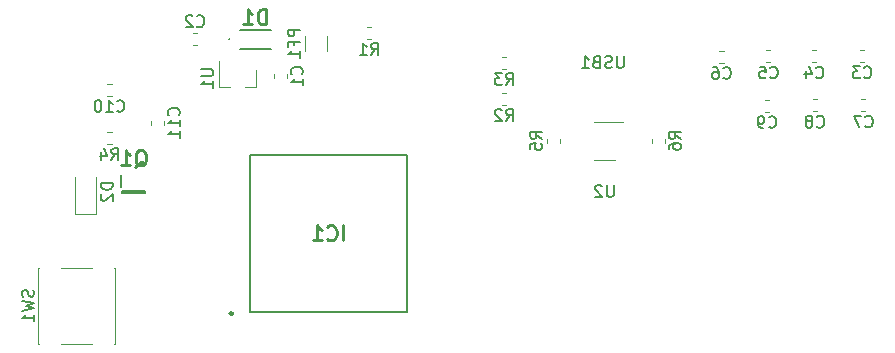
<source format=gbr>
G04 #@! TF.GenerationSoftware,KiCad,Pcbnew,(5.1.2-1)-1*
G04 #@! TF.CreationDate,2020-07-23T10:17:53-07:00*
G04 #@! TF.ProjectId,tiny-touch,74696e79-2d74-46f7-9563-682e6b696361,rev?*
G04 #@! TF.SameCoordinates,Original*
G04 #@! TF.FileFunction,Legend,Bot*
G04 #@! TF.FilePolarity,Positive*
%FSLAX46Y46*%
G04 Gerber Fmt 4.6, Leading zero omitted, Abs format (unit mm)*
G04 Created by KiCad (PCBNEW (5.1.2-1)-1) date 2020-07-23 10:17:53*
%MOMM*%
%LPD*%
G04 APERTURE LIST*
%ADD10C,0.120000*%
%ADD11C,0.200000*%
%ADD12C,0.250000*%
%ADD13C,0.150000*%
%ADD14C,0.254000*%
G04 APERTURE END LIST*
D10*
X120324000Y-64080000D02*
X120324000Y-70540000D01*
X115794000Y-64080000D02*
X118394000Y-64080000D01*
X113864000Y-64080000D02*
X113864000Y-70540000D01*
X115794000Y-70540000D02*
X118394000Y-70540000D01*
X113894000Y-64080000D02*
X113864000Y-64080000D01*
X120324000Y-64080000D02*
X120294000Y-64080000D01*
X120324000Y-70540000D02*
X120294000Y-70540000D01*
X113864000Y-70540000D02*
X113894000Y-70540000D01*
X118706000Y-59558000D02*
X118706000Y-56408000D01*
X117006000Y-59558000D02*
X117006000Y-56408000D01*
X118706000Y-59558000D02*
X117006000Y-59558000D01*
X160898000Y-51730000D02*
X163348000Y-51730000D01*
X162698000Y-54950000D02*
X160898000Y-54950000D01*
X132290000Y-48790000D02*
X132290000Y-47330000D01*
X129130000Y-48790000D02*
X129130000Y-46630000D01*
X129130000Y-48790000D02*
X130060000Y-48790000D01*
X132290000Y-48790000D02*
X131360000Y-48790000D01*
X165860000Y-53511267D02*
X165860000Y-53168733D01*
X166880000Y-53511267D02*
X166880000Y-53168733D01*
X157990000Y-53168733D02*
X157990000Y-53511267D01*
X156970000Y-53168733D02*
X156970000Y-53511267D01*
X119716733Y-52576000D02*
X120059267Y-52576000D01*
X119716733Y-53596000D02*
X120059267Y-53596000D01*
X153131733Y-46226000D02*
X153474267Y-46226000D01*
X153131733Y-47246000D02*
X153474267Y-47246000D01*
X153131733Y-49274000D02*
X153474267Y-49274000D01*
X153131733Y-50294000D02*
X153474267Y-50294000D01*
X141701733Y-43686000D02*
X142044267Y-43686000D01*
X141701733Y-44706000D02*
X142044267Y-44706000D01*
D11*
X120820000Y-56235000D02*
X120820000Y-57285000D01*
X122920000Y-57635000D02*
X120920000Y-57635000D01*
X122920000Y-57785000D02*
X122920000Y-57635000D01*
X120920000Y-57785000D02*
X122920000Y-57785000D01*
X120920000Y-57635000D02*
X120920000Y-57785000D01*
D10*
X138290000Y-44507936D02*
X138290000Y-45712064D01*
X136470000Y-44507936D02*
X136470000Y-45712064D01*
D12*
X130330000Y-67964000D02*
G75*
G03X130330000Y-67964000I-125000J0D01*
G01*
D11*
X131780000Y-54564000D02*
X131780000Y-67864000D01*
X145080000Y-54564000D02*
X131780000Y-54564000D01*
X145080000Y-67864000D02*
X145080000Y-54564000D01*
X131780000Y-67864000D02*
X145080000Y-67864000D01*
X130020890Y-44725000D02*
G75*
G03X130020890Y-44725000I-17890J0D01*
G01*
X130930000Y-45570000D02*
X133530000Y-45570000D01*
X133530000Y-43970000D02*
X130930000Y-43970000D01*
D10*
X123442000Y-51987267D02*
X123442000Y-51644733D01*
X124462000Y-51987267D02*
X124462000Y-51644733D01*
X119716733Y-48512000D02*
X120059267Y-48512000D01*
X119716733Y-49532000D02*
X120059267Y-49532000D01*
X175384733Y-49872000D02*
X175727267Y-49872000D01*
X175384733Y-50892000D02*
X175727267Y-50892000D01*
X179434733Y-49832000D02*
X179777267Y-49832000D01*
X179434733Y-50852000D02*
X179777267Y-50852000D01*
X183544733Y-49822000D02*
X183887267Y-49822000D01*
X183544733Y-50842000D02*
X183887267Y-50842000D01*
X171532733Y-45718000D02*
X171875267Y-45718000D01*
X171532733Y-46738000D02*
X171875267Y-46738000D01*
X175498733Y-45672000D02*
X175841267Y-45672000D01*
X175498733Y-46692000D02*
X175841267Y-46692000D01*
X179378733Y-45672000D02*
X179721267Y-45672000D01*
X179378733Y-46692000D02*
X179721267Y-46692000D01*
X183433733Y-45662000D02*
X183776267Y-45662000D01*
X183433733Y-46682000D02*
X183776267Y-46682000D01*
X127284267Y-45214000D02*
X126941733Y-45214000D01*
X127284267Y-44194000D02*
X126941733Y-44194000D01*
X133856000Y-48036267D02*
X133856000Y-47693733D01*
X134876000Y-48036267D02*
X134876000Y-47693733D01*
D13*
X113448761Y-65976666D02*
X113496380Y-66119523D01*
X113496380Y-66357619D01*
X113448761Y-66452857D01*
X113401142Y-66500476D01*
X113305904Y-66548095D01*
X113210666Y-66548095D01*
X113115428Y-66500476D01*
X113067809Y-66452857D01*
X113020190Y-66357619D01*
X112972571Y-66167142D01*
X112924952Y-66071904D01*
X112877333Y-66024285D01*
X112782095Y-65976666D01*
X112686857Y-65976666D01*
X112591619Y-66024285D01*
X112544000Y-66071904D01*
X112496380Y-66167142D01*
X112496380Y-66405238D01*
X112544000Y-66548095D01*
X112496380Y-66881428D02*
X113496380Y-67119523D01*
X112782095Y-67310000D01*
X113496380Y-67500476D01*
X112496380Y-67738571D01*
X113496380Y-68643333D02*
X113496380Y-68071904D01*
X113496380Y-68357619D02*
X112496380Y-68357619D01*
X112639238Y-68262380D01*
X112734476Y-68167142D01*
X112782095Y-68071904D01*
X120158380Y-56919904D02*
X119158380Y-56919904D01*
X119158380Y-57158000D01*
X119206000Y-57300857D01*
X119301238Y-57396095D01*
X119396476Y-57443714D01*
X119586952Y-57491333D01*
X119729809Y-57491333D01*
X119920285Y-57443714D01*
X120015523Y-57396095D01*
X120110761Y-57300857D01*
X120158380Y-57158000D01*
X120158380Y-56919904D01*
X119253619Y-57872285D02*
X119206000Y-57919904D01*
X119158380Y-58015142D01*
X119158380Y-58253238D01*
X119206000Y-58348476D01*
X119253619Y-58396095D01*
X119348857Y-58443714D01*
X119444095Y-58443714D01*
X119586952Y-58396095D01*
X120158380Y-57824666D01*
X120158380Y-58443714D01*
X163418095Y-46188380D02*
X163418095Y-46997904D01*
X163370476Y-47093142D01*
X163322857Y-47140761D01*
X163227619Y-47188380D01*
X163037142Y-47188380D01*
X162941904Y-47140761D01*
X162894285Y-47093142D01*
X162846666Y-46997904D01*
X162846666Y-46188380D01*
X162418095Y-47140761D02*
X162275238Y-47188380D01*
X162037142Y-47188380D01*
X161941904Y-47140761D01*
X161894285Y-47093142D01*
X161846666Y-46997904D01*
X161846666Y-46902666D01*
X161894285Y-46807428D01*
X161941904Y-46759809D01*
X162037142Y-46712190D01*
X162227619Y-46664571D01*
X162322857Y-46616952D01*
X162370476Y-46569333D01*
X162418095Y-46474095D01*
X162418095Y-46378857D01*
X162370476Y-46283619D01*
X162322857Y-46236000D01*
X162227619Y-46188380D01*
X161989523Y-46188380D01*
X161846666Y-46236000D01*
X161084761Y-46664571D02*
X160941904Y-46712190D01*
X160894285Y-46759809D01*
X160846666Y-46855047D01*
X160846666Y-46997904D01*
X160894285Y-47093142D01*
X160941904Y-47140761D01*
X161037142Y-47188380D01*
X161418095Y-47188380D01*
X161418095Y-46188380D01*
X161084761Y-46188380D01*
X160989523Y-46236000D01*
X160941904Y-46283619D01*
X160894285Y-46378857D01*
X160894285Y-46474095D01*
X160941904Y-46569333D01*
X160989523Y-46616952D01*
X161084761Y-46664571D01*
X161418095Y-46664571D01*
X159894285Y-47188380D02*
X160465714Y-47188380D01*
X160180000Y-47188380D02*
X160180000Y-46188380D01*
X160275238Y-46331238D01*
X160370476Y-46426476D01*
X160465714Y-46474095D01*
X162559904Y-57110380D02*
X162559904Y-57919904D01*
X162512285Y-58015142D01*
X162464666Y-58062761D01*
X162369428Y-58110380D01*
X162178952Y-58110380D01*
X162083714Y-58062761D01*
X162036095Y-58015142D01*
X161988476Y-57919904D01*
X161988476Y-57110380D01*
X161559904Y-57205619D02*
X161512285Y-57158000D01*
X161417047Y-57110380D01*
X161178952Y-57110380D01*
X161083714Y-57158000D01*
X161036095Y-57205619D01*
X160988476Y-57300857D01*
X160988476Y-57396095D01*
X161036095Y-57538952D01*
X161607523Y-58110380D01*
X160988476Y-58110380D01*
X127662380Y-47268095D02*
X128471904Y-47268095D01*
X128567142Y-47315714D01*
X128614761Y-47363333D01*
X128662380Y-47458571D01*
X128662380Y-47649047D01*
X128614761Y-47744285D01*
X128567142Y-47791904D01*
X128471904Y-47839523D01*
X127662380Y-47839523D01*
X128662380Y-48839523D02*
X128662380Y-48268095D01*
X128662380Y-48553809D02*
X127662380Y-48553809D01*
X127805238Y-48458571D01*
X127900476Y-48363333D01*
X127948095Y-48268095D01*
X168252380Y-53173333D02*
X167776190Y-52840000D01*
X168252380Y-52601904D02*
X167252380Y-52601904D01*
X167252380Y-52982857D01*
X167300000Y-53078095D01*
X167347619Y-53125714D01*
X167442857Y-53173333D01*
X167585714Y-53173333D01*
X167680952Y-53125714D01*
X167728571Y-53078095D01*
X167776190Y-52982857D01*
X167776190Y-52601904D01*
X167252380Y-54030476D02*
X167252380Y-53840000D01*
X167300000Y-53744761D01*
X167347619Y-53697142D01*
X167490476Y-53601904D01*
X167680952Y-53554285D01*
X168061904Y-53554285D01*
X168157142Y-53601904D01*
X168204761Y-53649523D01*
X168252380Y-53744761D01*
X168252380Y-53935238D01*
X168204761Y-54030476D01*
X168157142Y-54078095D01*
X168061904Y-54125714D01*
X167823809Y-54125714D01*
X167728571Y-54078095D01*
X167680952Y-54030476D01*
X167633333Y-53935238D01*
X167633333Y-53744761D01*
X167680952Y-53649523D01*
X167728571Y-53601904D01*
X167823809Y-53554285D01*
X156502380Y-53173333D02*
X156026190Y-52840000D01*
X156502380Y-52601904D02*
X155502380Y-52601904D01*
X155502380Y-52982857D01*
X155550000Y-53078095D01*
X155597619Y-53125714D01*
X155692857Y-53173333D01*
X155835714Y-53173333D01*
X155930952Y-53125714D01*
X155978571Y-53078095D01*
X156026190Y-52982857D01*
X156026190Y-52601904D01*
X155502380Y-54078095D02*
X155502380Y-53601904D01*
X155978571Y-53554285D01*
X155930952Y-53601904D01*
X155883333Y-53697142D01*
X155883333Y-53935238D01*
X155930952Y-54030476D01*
X155978571Y-54078095D01*
X156073809Y-54125714D01*
X156311904Y-54125714D01*
X156407142Y-54078095D01*
X156454761Y-54030476D01*
X156502380Y-53935238D01*
X156502380Y-53697142D01*
X156454761Y-53601904D01*
X156407142Y-53554285D01*
X120054666Y-54968380D02*
X120388000Y-54492190D01*
X120626095Y-54968380D02*
X120626095Y-53968380D01*
X120245142Y-53968380D01*
X120149904Y-54016000D01*
X120102285Y-54063619D01*
X120054666Y-54158857D01*
X120054666Y-54301714D01*
X120102285Y-54396952D01*
X120149904Y-54444571D01*
X120245142Y-54492190D01*
X120626095Y-54492190D01*
X119197523Y-54301714D02*
X119197523Y-54968380D01*
X119435619Y-53920761D02*
X119673714Y-54635047D01*
X119054666Y-54635047D01*
X153469666Y-48618380D02*
X153803000Y-48142190D01*
X154041095Y-48618380D02*
X154041095Y-47618380D01*
X153660142Y-47618380D01*
X153564904Y-47666000D01*
X153517285Y-47713619D01*
X153469666Y-47808857D01*
X153469666Y-47951714D01*
X153517285Y-48046952D01*
X153564904Y-48094571D01*
X153660142Y-48142190D01*
X154041095Y-48142190D01*
X153136333Y-47618380D02*
X152517285Y-47618380D01*
X152850619Y-47999333D01*
X152707761Y-47999333D01*
X152612523Y-48046952D01*
X152564904Y-48094571D01*
X152517285Y-48189809D01*
X152517285Y-48427904D01*
X152564904Y-48523142D01*
X152612523Y-48570761D01*
X152707761Y-48618380D01*
X152993476Y-48618380D01*
X153088714Y-48570761D01*
X153136333Y-48523142D01*
X153469666Y-51666380D02*
X153803000Y-51190190D01*
X154041095Y-51666380D02*
X154041095Y-50666380D01*
X153660142Y-50666380D01*
X153564904Y-50714000D01*
X153517285Y-50761619D01*
X153469666Y-50856857D01*
X153469666Y-50999714D01*
X153517285Y-51094952D01*
X153564904Y-51142571D01*
X153660142Y-51190190D01*
X154041095Y-51190190D01*
X153088714Y-50761619D02*
X153041095Y-50714000D01*
X152945857Y-50666380D01*
X152707761Y-50666380D01*
X152612523Y-50714000D01*
X152564904Y-50761619D01*
X152517285Y-50856857D01*
X152517285Y-50952095D01*
X152564904Y-51094952D01*
X153136333Y-51666380D01*
X152517285Y-51666380D01*
X142039666Y-46078380D02*
X142373000Y-45602190D01*
X142611095Y-46078380D02*
X142611095Y-45078380D01*
X142230142Y-45078380D01*
X142134904Y-45126000D01*
X142087285Y-45173619D01*
X142039666Y-45268857D01*
X142039666Y-45411714D01*
X142087285Y-45506952D01*
X142134904Y-45554571D01*
X142230142Y-45602190D01*
X142611095Y-45602190D01*
X141087285Y-46078380D02*
X141658714Y-46078380D01*
X141373000Y-46078380D02*
X141373000Y-45078380D01*
X141468238Y-45221238D01*
X141563476Y-45316476D01*
X141658714Y-45364095D01*
D14*
X122040952Y-55559476D02*
X122161904Y-55499000D01*
X122282857Y-55378047D01*
X122464285Y-55196619D01*
X122585238Y-55136142D01*
X122706190Y-55136142D01*
X122645714Y-55438523D02*
X122766666Y-55378047D01*
X122887619Y-55257095D01*
X122948095Y-55015190D01*
X122948095Y-54591857D01*
X122887619Y-54349952D01*
X122766666Y-54229000D01*
X122645714Y-54168523D01*
X122403809Y-54168523D01*
X122282857Y-54229000D01*
X122161904Y-54349952D01*
X122101428Y-54591857D01*
X122101428Y-55015190D01*
X122161904Y-55257095D01*
X122282857Y-55378047D01*
X122403809Y-55438523D01*
X122645714Y-55438523D01*
X120891904Y-55438523D02*
X121617619Y-55438523D01*
X121254761Y-55438523D02*
X121254761Y-54168523D01*
X121375714Y-54349952D01*
X121496666Y-54470904D01*
X121617619Y-54531380D01*
D13*
X136012380Y-43943333D02*
X135012380Y-43943333D01*
X135012380Y-44324285D01*
X135060000Y-44419523D01*
X135107619Y-44467142D01*
X135202857Y-44514761D01*
X135345714Y-44514761D01*
X135440952Y-44467142D01*
X135488571Y-44419523D01*
X135536190Y-44324285D01*
X135536190Y-43943333D01*
X135488571Y-45276666D02*
X135488571Y-44943333D01*
X136012380Y-44943333D02*
X135012380Y-44943333D01*
X135012380Y-45419523D01*
X136012380Y-46324285D02*
X136012380Y-45752857D01*
X136012380Y-46038571D02*
X135012380Y-46038571D01*
X135155238Y-45943333D01*
X135250476Y-45848095D01*
X135298095Y-45752857D01*
D14*
X139669761Y-61788523D02*
X139669761Y-60518523D01*
X138339285Y-61667571D02*
X138399761Y-61728047D01*
X138581190Y-61788523D01*
X138702142Y-61788523D01*
X138883571Y-61728047D01*
X139004523Y-61607095D01*
X139065000Y-61486142D01*
X139125476Y-61244238D01*
X139125476Y-61062809D01*
X139065000Y-60820904D01*
X139004523Y-60699952D01*
X138883571Y-60579000D01*
X138702142Y-60518523D01*
X138581190Y-60518523D01*
X138399761Y-60579000D01*
X138339285Y-60639476D01*
X137129761Y-61788523D02*
X137855476Y-61788523D01*
X137492619Y-61788523D02*
X137492619Y-60518523D01*
X137613571Y-60699952D01*
X137734523Y-60820904D01*
X137855476Y-60881380D01*
X133147380Y-43479523D02*
X133147380Y-42209523D01*
X132845000Y-42209523D01*
X132663571Y-42270000D01*
X132542619Y-42390952D01*
X132482142Y-42511904D01*
X132421666Y-42753809D01*
X132421666Y-42935238D01*
X132482142Y-43177142D01*
X132542619Y-43298095D01*
X132663571Y-43419047D01*
X132845000Y-43479523D01*
X133147380Y-43479523D01*
X131212142Y-43479523D02*
X131937857Y-43479523D01*
X131575000Y-43479523D02*
X131575000Y-42209523D01*
X131695952Y-42390952D01*
X131816904Y-42511904D01*
X131937857Y-42572380D01*
D13*
X125739142Y-51173142D02*
X125786761Y-51125523D01*
X125834380Y-50982666D01*
X125834380Y-50887428D01*
X125786761Y-50744571D01*
X125691523Y-50649333D01*
X125596285Y-50601714D01*
X125405809Y-50554095D01*
X125262952Y-50554095D01*
X125072476Y-50601714D01*
X124977238Y-50649333D01*
X124882000Y-50744571D01*
X124834380Y-50887428D01*
X124834380Y-50982666D01*
X124882000Y-51125523D01*
X124929619Y-51173142D01*
X125834380Y-52125523D02*
X125834380Y-51554095D01*
X125834380Y-51839809D02*
X124834380Y-51839809D01*
X124977238Y-51744571D01*
X125072476Y-51649333D01*
X125120095Y-51554095D01*
X125834380Y-53077904D02*
X125834380Y-52506476D01*
X125834380Y-52792190D02*
X124834380Y-52792190D01*
X124977238Y-52696952D01*
X125072476Y-52601714D01*
X125120095Y-52506476D01*
X120530857Y-50809142D02*
X120578476Y-50856761D01*
X120721333Y-50904380D01*
X120816571Y-50904380D01*
X120959428Y-50856761D01*
X121054666Y-50761523D01*
X121102285Y-50666285D01*
X121149904Y-50475809D01*
X121149904Y-50332952D01*
X121102285Y-50142476D01*
X121054666Y-50047238D01*
X120959428Y-49952000D01*
X120816571Y-49904380D01*
X120721333Y-49904380D01*
X120578476Y-49952000D01*
X120530857Y-49999619D01*
X119578476Y-50904380D02*
X120149904Y-50904380D01*
X119864190Y-50904380D02*
X119864190Y-49904380D01*
X119959428Y-50047238D01*
X120054666Y-50142476D01*
X120149904Y-50190095D01*
X118959428Y-49904380D02*
X118864190Y-49904380D01*
X118768952Y-49952000D01*
X118721333Y-49999619D01*
X118673714Y-50094857D01*
X118626095Y-50285333D01*
X118626095Y-50523428D01*
X118673714Y-50713904D01*
X118721333Y-50809142D01*
X118768952Y-50856761D01*
X118864190Y-50904380D01*
X118959428Y-50904380D01*
X119054666Y-50856761D01*
X119102285Y-50809142D01*
X119149904Y-50713904D01*
X119197523Y-50523428D01*
X119197523Y-50285333D01*
X119149904Y-50094857D01*
X119102285Y-49999619D01*
X119054666Y-49952000D01*
X118959428Y-49904380D01*
X175722666Y-52169142D02*
X175770285Y-52216761D01*
X175913142Y-52264380D01*
X176008380Y-52264380D01*
X176151238Y-52216761D01*
X176246476Y-52121523D01*
X176294095Y-52026285D01*
X176341714Y-51835809D01*
X176341714Y-51692952D01*
X176294095Y-51502476D01*
X176246476Y-51407238D01*
X176151238Y-51312000D01*
X176008380Y-51264380D01*
X175913142Y-51264380D01*
X175770285Y-51312000D01*
X175722666Y-51359619D01*
X175246476Y-52264380D02*
X175056000Y-52264380D01*
X174960761Y-52216761D01*
X174913142Y-52169142D01*
X174817904Y-52026285D01*
X174770285Y-51835809D01*
X174770285Y-51454857D01*
X174817904Y-51359619D01*
X174865523Y-51312000D01*
X174960761Y-51264380D01*
X175151238Y-51264380D01*
X175246476Y-51312000D01*
X175294095Y-51359619D01*
X175341714Y-51454857D01*
X175341714Y-51692952D01*
X175294095Y-51788190D01*
X175246476Y-51835809D01*
X175151238Y-51883428D01*
X174960761Y-51883428D01*
X174865523Y-51835809D01*
X174817904Y-51788190D01*
X174770285Y-51692952D01*
X179772666Y-52129142D02*
X179820285Y-52176761D01*
X179963142Y-52224380D01*
X180058380Y-52224380D01*
X180201238Y-52176761D01*
X180296476Y-52081523D01*
X180344095Y-51986285D01*
X180391714Y-51795809D01*
X180391714Y-51652952D01*
X180344095Y-51462476D01*
X180296476Y-51367238D01*
X180201238Y-51272000D01*
X180058380Y-51224380D01*
X179963142Y-51224380D01*
X179820285Y-51272000D01*
X179772666Y-51319619D01*
X179201238Y-51652952D02*
X179296476Y-51605333D01*
X179344095Y-51557714D01*
X179391714Y-51462476D01*
X179391714Y-51414857D01*
X179344095Y-51319619D01*
X179296476Y-51272000D01*
X179201238Y-51224380D01*
X179010761Y-51224380D01*
X178915523Y-51272000D01*
X178867904Y-51319619D01*
X178820285Y-51414857D01*
X178820285Y-51462476D01*
X178867904Y-51557714D01*
X178915523Y-51605333D01*
X179010761Y-51652952D01*
X179201238Y-51652952D01*
X179296476Y-51700571D01*
X179344095Y-51748190D01*
X179391714Y-51843428D01*
X179391714Y-52033904D01*
X179344095Y-52129142D01*
X179296476Y-52176761D01*
X179201238Y-52224380D01*
X179010761Y-52224380D01*
X178915523Y-52176761D01*
X178867904Y-52129142D01*
X178820285Y-52033904D01*
X178820285Y-51843428D01*
X178867904Y-51748190D01*
X178915523Y-51700571D01*
X179010761Y-51652952D01*
X183882666Y-52119142D02*
X183930285Y-52166761D01*
X184073142Y-52214380D01*
X184168380Y-52214380D01*
X184311238Y-52166761D01*
X184406476Y-52071523D01*
X184454095Y-51976285D01*
X184501714Y-51785809D01*
X184501714Y-51642952D01*
X184454095Y-51452476D01*
X184406476Y-51357238D01*
X184311238Y-51262000D01*
X184168380Y-51214380D01*
X184073142Y-51214380D01*
X183930285Y-51262000D01*
X183882666Y-51309619D01*
X183549333Y-51214380D02*
X182882666Y-51214380D01*
X183311238Y-52214380D01*
X171870666Y-48015142D02*
X171918285Y-48062761D01*
X172061142Y-48110380D01*
X172156380Y-48110380D01*
X172299238Y-48062761D01*
X172394476Y-47967523D01*
X172442095Y-47872285D01*
X172489714Y-47681809D01*
X172489714Y-47538952D01*
X172442095Y-47348476D01*
X172394476Y-47253238D01*
X172299238Y-47158000D01*
X172156380Y-47110380D01*
X172061142Y-47110380D01*
X171918285Y-47158000D01*
X171870666Y-47205619D01*
X171013523Y-47110380D02*
X171204000Y-47110380D01*
X171299238Y-47158000D01*
X171346857Y-47205619D01*
X171442095Y-47348476D01*
X171489714Y-47538952D01*
X171489714Y-47919904D01*
X171442095Y-48015142D01*
X171394476Y-48062761D01*
X171299238Y-48110380D01*
X171108761Y-48110380D01*
X171013523Y-48062761D01*
X170965904Y-48015142D01*
X170918285Y-47919904D01*
X170918285Y-47681809D01*
X170965904Y-47586571D01*
X171013523Y-47538952D01*
X171108761Y-47491333D01*
X171299238Y-47491333D01*
X171394476Y-47538952D01*
X171442095Y-47586571D01*
X171489714Y-47681809D01*
X175836666Y-47969142D02*
X175884285Y-48016761D01*
X176027142Y-48064380D01*
X176122380Y-48064380D01*
X176265238Y-48016761D01*
X176360476Y-47921523D01*
X176408095Y-47826285D01*
X176455714Y-47635809D01*
X176455714Y-47492952D01*
X176408095Y-47302476D01*
X176360476Y-47207238D01*
X176265238Y-47112000D01*
X176122380Y-47064380D01*
X176027142Y-47064380D01*
X175884285Y-47112000D01*
X175836666Y-47159619D01*
X174931904Y-47064380D02*
X175408095Y-47064380D01*
X175455714Y-47540571D01*
X175408095Y-47492952D01*
X175312857Y-47445333D01*
X175074761Y-47445333D01*
X174979523Y-47492952D01*
X174931904Y-47540571D01*
X174884285Y-47635809D01*
X174884285Y-47873904D01*
X174931904Y-47969142D01*
X174979523Y-48016761D01*
X175074761Y-48064380D01*
X175312857Y-48064380D01*
X175408095Y-48016761D01*
X175455714Y-47969142D01*
X179716666Y-47969142D02*
X179764285Y-48016761D01*
X179907142Y-48064380D01*
X180002380Y-48064380D01*
X180145238Y-48016761D01*
X180240476Y-47921523D01*
X180288095Y-47826285D01*
X180335714Y-47635809D01*
X180335714Y-47492952D01*
X180288095Y-47302476D01*
X180240476Y-47207238D01*
X180145238Y-47112000D01*
X180002380Y-47064380D01*
X179907142Y-47064380D01*
X179764285Y-47112000D01*
X179716666Y-47159619D01*
X178859523Y-47397714D02*
X178859523Y-48064380D01*
X179097619Y-47016761D02*
X179335714Y-47731047D01*
X178716666Y-47731047D01*
X183771666Y-47959142D02*
X183819285Y-48006761D01*
X183962142Y-48054380D01*
X184057380Y-48054380D01*
X184200238Y-48006761D01*
X184295476Y-47911523D01*
X184343095Y-47816285D01*
X184390714Y-47625809D01*
X184390714Y-47482952D01*
X184343095Y-47292476D01*
X184295476Y-47197238D01*
X184200238Y-47102000D01*
X184057380Y-47054380D01*
X183962142Y-47054380D01*
X183819285Y-47102000D01*
X183771666Y-47149619D01*
X183438333Y-47054380D02*
X182819285Y-47054380D01*
X183152619Y-47435333D01*
X183009761Y-47435333D01*
X182914523Y-47482952D01*
X182866904Y-47530571D01*
X182819285Y-47625809D01*
X182819285Y-47863904D01*
X182866904Y-47959142D01*
X182914523Y-48006761D01*
X183009761Y-48054380D01*
X183295476Y-48054380D01*
X183390714Y-48006761D01*
X183438333Y-47959142D01*
X127279666Y-43631142D02*
X127327285Y-43678761D01*
X127470142Y-43726380D01*
X127565380Y-43726380D01*
X127708238Y-43678761D01*
X127803476Y-43583523D01*
X127851095Y-43488285D01*
X127898714Y-43297809D01*
X127898714Y-43154952D01*
X127851095Y-42964476D01*
X127803476Y-42869238D01*
X127708238Y-42774000D01*
X127565380Y-42726380D01*
X127470142Y-42726380D01*
X127327285Y-42774000D01*
X127279666Y-42821619D01*
X126898714Y-42821619D02*
X126851095Y-42774000D01*
X126755857Y-42726380D01*
X126517761Y-42726380D01*
X126422523Y-42774000D01*
X126374904Y-42821619D01*
X126327285Y-42916857D01*
X126327285Y-43012095D01*
X126374904Y-43154952D01*
X126946333Y-43726380D01*
X126327285Y-43726380D01*
X136153142Y-47698333D02*
X136200761Y-47650714D01*
X136248380Y-47507857D01*
X136248380Y-47412619D01*
X136200761Y-47269761D01*
X136105523Y-47174523D01*
X136010285Y-47126904D01*
X135819809Y-47079285D01*
X135676952Y-47079285D01*
X135486476Y-47126904D01*
X135391238Y-47174523D01*
X135296000Y-47269761D01*
X135248380Y-47412619D01*
X135248380Y-47507857D01*
X135296000Y-47650714D01*
X135343619Y-47698333D01*
X136248380Y-48650714D02*
X136248380Y-48079285D01*
X136248380Y-48365000D02*
X135248380Y-48365000D01*
X135391238Y-48269761D01*
X135486476Y-48174523D01*
X135534095Y-48079285D01*
M02*

</source>
